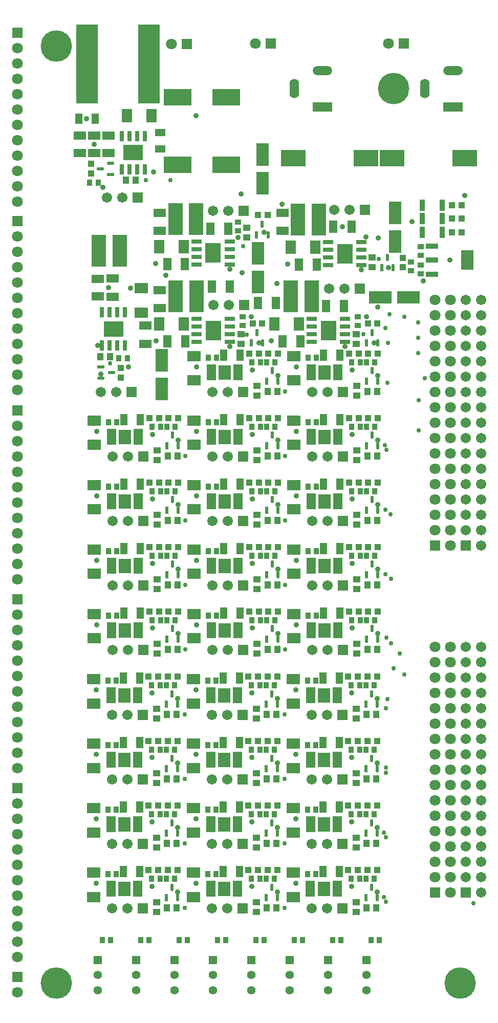
<source format=gts>
G04*
G04 #@! TF.GenerationSoftware,Altium Limited,Altium Designer,21.0.9 (235)*
G04*
G04 Layer_Color=8388736*
%FSLAX44Y44*%
%MOMM*%
G71*
G04*
G04 #@! TF.SameCoordinates,70CB9891-2270-4D21-866A-A56E4BF175EE*
G04*
G04*
G04 #@! TF.FilePolarity,Negative*
G04*
G01*
G75*
%ADD15R,1.7582X1.3055*%
%ADD16R,1.3055X1.7582*%
%ADD35R,0.5380X1.2242*%
G04:AMPARAMS|DCode=36|XSize=1.2242mm|YSize=0.538mm|CornerRadius=0.269mm|HoleSize=0mm|Usage=FLASHONLY|Rotation=90.000|XOffset=0mm|YOffset=0mm|HoleType=Round|Shape=RoundedRectangle|*
%AMROUNDEDRECTD36*
21,1,1.2242,0.0000,0,0,90.0*
21,1,0.6863,0.5380,0,0,90.0*
1,1,0.5380,0.0000,0.3431*
1,1,0.5380,0.0000,-0.3431*
1,1,0.5380,0.0000,-0.3431*
1,1,0.5380,0.0000,0.3431*
%
%ADD36ROUNDEDRECTD36*%
%ADD37R,1.7800X2.1600*%
%ADD39R,2.1600X1.7800*%
G04:AMPARAMS|DCode=41|XSize=1.2242mm|YSize=0.538mm|CornerRadius=0.269mm|HoleSize=0mm|Usage=FLASHONLY|Rotation=0.000|XOffset=0mm|YOffset=0mm|HoleType=Round|Shape=RoundedRectangle|*
%AMROUNDEDRECTD41*
21,1,1.2242,0.0000,0,0,0.0*
21,1,0.6863,0.5380,0,0,0.0*
1,1,0.5380,0.3431,0.0000*
1,1,0.5380,-0.3431,0.0000*
1,1,0.5380,-0.3431,0.0000*
1,1,0.5380,0.3431,0.0000*
%
%ADD41ROUNDEDRECTD41*%
%ADD42R,1.2242X0.5380*%
%ADD45R,2.1500X3.2500*%
%ADD46R,2.1500X0.9500*%
%ADD47R,3.6032X13.1432*%
%ADD48R,1.0032X1.0032*%
%ADD49R,1.3532X2.0032*%
%ADD50R,2.0032X1.3532*%
%ADD51R,4.1032X2.7532*%
%ADD52R,0.9032X1.8532*%
%ADD53R,2.0032X3.7032*%
%ADD54R,3.7032X2.0032*%
%ADD55R,4.6032X2.8032*%
%ADD56R,0.8032X1.6532*%
%ADD57R,3.3032X2.6032*%
%ADD58R,1.6532X0.8032*%
%ADD59R,2.6032X3.3032*%
%ADD60R,2.0532X2.3532*%
%ADD61R,1.5532X0.7032*%
%ADD62R,2.4332X5.2232*%
%ADD63R,1.2032X1.1032*%
%ADD64R,1.1032X0.9032*%
%ADD65R,1.0032X1.0032*%
%ADD66R,0.9032X1.1032*%
%ADD67R,1.1032X1.2032*%
%ADD68R,1.1532X1.9032*%
%ADD69C,5.2032*%
%ADD70C,1.8032*%
%ADD71R,1.8032X1.8032*%
%ADD72C,1.7032*%
%ADD73R,1.7032X1.7032*%
%ADD74R,1.7032X1.7032*%
%ADD75R,1.8032X1.8032*%
G04:AMPARAMS|DCode=76|XSize=3.2mm|YSize=1.6mm|CornerRadius=0.8mm|HoleSize=0mm|Usage=FLASHONLY|Rotation=0.000|XOffset=0mm|YOffset=0mm|HoleType=Round|Shape=RoundedRectangle|*
%AMROUNDEDRECTD76*
21,1,3.2000,0.0000,0,0,0.0*
21,1,1.6000,1.6000,0,0,0.0*
1,1,1.6000,0.8000,0.0000*
1,1,1.6000,-0.8000,0.0000*
1,1,1.6000,-0.8000,0.0000*
1,1,1.6000,0.8000,0.0000*
%
%ADD76ROUNDEDRECTD76*%
%ADD77R,3.2000X1.6000*%
G04:AMPARAMS|DCode=78|XSize=1.6mm|YSize=3.2mm|CornerRadius=0.8mm|HoleSize=0mm|Usage=FLASHONLY|Rotation=0.000|XOffset=0mm|YOffset=0mm|HoleType=Round|Shape=RoundedRectangle|*
%AMROUNDEDRECTD78*
21,1,1.6000,1.6000,0,0,0.0*
21,1,0.0000,3.2000,0,0,0.0*
1,1,1.6000,0.0000,-0.8000*
1,1,1.6000,0.0000,-0.8000*
1,1,1.6000,0.0000,0.8000*
1,1,1.6000,0.0000,0.8000*
%
%ADD78ROUNDEDRECTD78*%
%ADD79C,1.4000*%
%ADD80R,1.4000X1.4000*%
%ADD81C,0.9032*%
%ADD82C,0.7532*%
D15*
X313780Y1447274D02*
D03*
Y1419746D02*
D03*
D16*
X179366Y1469470D02*
D03*
X206894D02*
D03*
D35*
X680708Y1223012D02*
D03*
X473444Y1277730D02*
D03*
X655240Y1098716D02*
D03*
X464740D02*
D03*
X490140Y1035648D02*
D03*
X655240D02*
D03*
X325040Y928968D02*
D03*
X490140D02*
D03*
X655240D02*
D03*
X325040Y822288D02*
D03*
X490140D02*
D03*
X655240D02*
D03*
X325040Y715608D02*
D03*
X490140D02*
D03*
X655240D02*
D03*
X325040Y608928D02*
D03*
X490140D02*
D03*
X655240D02*
D03*
X324080Y501288D02*
D03*
X489180D02*
D03*
X654280D02*
D03*
X324080Y394608D02*
D03*
X489180D02*
D03*
X654280D02*
D03*
X324080Y287928D02*
D03*
X489180D02*
D03*
X654280D02*
D03*
X324080Y181248D02*
D03*
X489180D02*
D03*
X654280D02*
D03*
D36*
X699708Y1223012D02*
D03*
X690208Y1240216D02*
D03*
X492444Y1277730D02*
D03*
X482944Y1294934D02*
D03*
X674240Y1098716D02*
D03*
X664740Y1115920D02*
D03*
X483740Y1098716D02*
D03*
X474240Y1115920D02*
D03*
X499640Y1052852D02*
D03*
X509140Y1035648D02*
D03*
X664740Y1052852D02*
D03*
X674240Y1035648D02*
D03*
X334540Y946172D02*
D03*
X344040Y928968D02*
D03*
X499640Y946172D02*
D03*
X509140Y928968D02*
D03*
X664740Y946172D02*
D03*
X674240Y928968D02*
D03*
X334540Y839492D02*
D03*
X344040Y822288D02*
D03*
X499640Y839492D02*
D03*
X509140Y822288D02*
D03*
X664740Y839492D02*
D03*
X674240Y822288D02*
D03*
X334540Y732812D02*
D03*
X344040Y715608D02*
D03*
X499640Y732812D02*
D03*
X509140Y715608D02*
D03*
X664740Y732812D02*
D03*
X674240Y715608D02*
D03*
X334540Y626132D02*
D03*
X344040Y608928D02*
D03*
X499640Y626132D02*
D03*
X509140Y608928D02*
D03*
X664740Y626132D02*
D03*
X674240Y608928D02*
D03*
X333580Y518492D02*
D03*
X343080Y501288D02*
D03*
X498680Y518492D02*
D03*
X508180Y501288D02*
D03*
X663780Y518492D02*
D03*
X673280Y501288D02*
D03*
X333580Y411812D02*
D03*
X343080Y394608D02*
D03*
X498680Y411812D02*
D03*
X508180Y394608D02*
D03*
X663780Y411812D02*
D03*
X673280Y394608D02*
D03*
X333580Y305132D02*
D03*
X343080Y287928D02*
D03*
X498680Y305132D02*
D03*
X508180Y287928D02*
D03*
X663780Y305132D02*
D03*
X673280Y287928D02*
D03*
X333580Y198452D02*
D03*
X343080Y181248D02*
D03*
X498680Y198452D02*
D03*
X508180Y181248D02*
D03*
X663780Y198452D02*
D03*
X673280Y181248D02*
D03*
D37*
X570842Y1257106D02*
D03*
X530342D02*
D03*
X353080Y1258062D02*
D03*
X312580D02*
D03*
X543766Y1130102D02*
D03*
X503266D02*
D03*
X353266D02*
D03*
X312766D02*
D03*
X299374Y1474470D02*
D03*
X258874D02*
D03*
D39*
X205000Y930020D02*
D03*
Y970520D02*
D03*
X282862Y1189292D02*
D03*
Y1148792D02*
D03*
X370100Y1077200D02*
D03*
Y1036700D02*
D03*
X535200Y1077200D02*
D03*
Y1036700D02*
D03*
X370100Y970520D02*
D03*
Y930020D02*
D03*
X535200Y970520D02*
D03*
Y930020D02*
D03*
X205000Y863840D02*
D03*
Y823340D02*
D03*
X370100Y863840D02*
D03*
Y823340D02*
D03*
X535200Y863840D02*
D03*
Y823340D02*
D03*
X205000Y757160D02*
D03*
Y716660D02*
D03*
X370100Y757160D02*
D03*
Y716660D02*
D03*
X535200Y757160D02*
D03*
Y716660D02*
D03*
X205000Y650480D02*
D03*
Y609980D02*
D03*
X370100Y650480D02*
D03*
Y609980D02*
D03*
X535200Y650480D02*
D03*
Y609980D02*
D03*
X204040Y542840D02*
D03*
Y502340D02*
D03*
X369140Y542840D02*
D03*
Y502340D02*
D03*
X534240Y542840D02*
D03*
Y502340D02*
D03*
X204040Y436160D02*
D03*
Y395660D02*
D03*
X369140Y436160D02*
D03*
Y395660D02*
D03*
X534240Y436160D02*
D03*
Y395660D02*
D03*
X204040Y329480D02*
D03*
Y288980D02*
D03*
X369140Y329480D02*
D03*
Y288980D02*
D03*
X534240Y329480D02*
D03*
Y288980D02*
D03*
X204040Y222800D02*
D03*
Y182300D02*
D03*
X369140Y222800D02*
D03*
Y182300D02*
D03*
X534240Y222800D02*
D03*
Y182300D02*
D03*
D41*
X233421Y1049766D02*
D03*
X216218Y1040266D02*
D03*
X215006Y1386840D02*
D03*
X232210Y1396340D02*
D03*
D42*
X216218Y1059266D02*
D03*
X232210Y1377340D02*
D03*
D45*
X822034Y1235710D02*
D03*
D46*
X764034Y1212710D02*
D03*
Y1235710D02*
D03*
Y1258710D02*
D03*
D47*
X192950Y1560000D02*
D03*
X295550D02*
D03*
D48*
X796887Y1282062D02*
D03*
X812887D02*
D03*
X475706Y1310386D02*
D03*
X491706D02*
D03*
X657502Y1131372D02*
D03*
X673502D02*
D03*
X467002D02*
D03*
X483002D02*
D03*
X508910Y1081080D02*
D03*
X492910D02*
D03*
X461160D02*
D03*
X477160D02*
D03*
X674010D02*
D03*
X658010D02*
D03*
X626260D02*
D03*
X642260D02*
D03*
X343810Y974400D02*
D03*
X327810D02*
D03*
X296060D02*
D03*
X312060D02*
D03*
X508910D02*
D03*
X492910D02*
D03*
X461160D02*
D03*
X477160D02*
D03*
X674010D02*
D03*
X658010D02*
D03*
X626260D02*
D03*
X642260D02*
D03*
X343810Y867720D02*
D03*
X327810D02*
D03*
X296060D02*
D03*
X312060D02*
D03*
X508910D02*
D03*
X492910D02*
D03*
X461160D02*
D03*
X477160D02*
D03*
X674010D02*
D03*
X658010D02*
D03*
X626260D02*
D03*
X642260D02*
D03*
X343810Y761040D02*
D03*
X327810D02*
D03*
X296060D02*
D03*
X312060D02*
D03*
X508910D02*
D03*
X492910D02*
D03*
X461160D02*
D03*
X477160D02*
D03*
X674010D02*
D03*
X658010D02*
D03*
X626260D02*
D03*
X642260D02*
D03*
X343810Y654360D02*
D03*
X327810D02*
D03*
X296060D02*
D03*
X312060D02*
D03*
X508910D02*
D03*
X492910D02*
D03*
X461160D02*
D03*
X477160D02*
D03*
X674010D02*
D03*
X658010D02*
D03*
X626260D02*
D03*
X642260D02*
D03*
X342850Y546720D02*
D03*
X326850D02*
D03*
X295100D02*
D03*
X311100D02*
D03*
X507950D02*
D03*
X491950D02*
D03*
X460200D02*
D03*
X476200D02*
D03*
X673050D02*
D03*
X657050D02*
D03*
X625300D02*
D03*
X641300D02*
D03*
X342850Y440040D02*
D03*
X326850D02*
D03*
X295100D02*
D03*
X311100D02*
D03*
X507950D02*
D03*
X491950D02*
D03*
X460200D02*
D03*
X476200D02*
D03*
X673050D02*
D03*
X657050D02*
D03*
X625300D02*
D03*
X641300D02*
D03*
X342850Y333360D02*
D03*
X326850D02*
D03*
X295100D02*
D03*
X311100D02*
D03*
X507950D02*
D03*
X491950D02*
D03*
X460200D02*
D03*
X476200D02*
D03*
X673050D02*
D03*
X657050D02*
D03*
X625300D02*
D03*
X641300D02*
D03*
X342850Y226680D02*
D03*
X326850D02*
D03*
X295100D02*
D03*
X311100D02*
D03*
X507950D02*
D03*
X491950D02*
D03*
X460200D02*
D03*
X476200D02*
D03*
X673050D02*
D03*
X657050D02*
D03*
X625300D02*
D03*
X641300D02*
D03*
X812888Y1304290D02*
D03*
X796888D02*
D03*
X812888Y1326258D02*
D03*
X796888D02*
D03*
D49*
X600430Y1290888D02*
D03*
X630430D02*
D03*
X396824Y1287526D02*
D03*
X426824D02*
D03*
X618340Y1159844D02*
D03*
X588340D02*
D03*
X399364Y1191768D02*
D03*
X429364D02*
D03*
X543966Y1228656D02*
D03*
X572966D02*
D03*
X326204Y1229612D02*
D03*
X355204D02*
D03*
X516890Y1101652D02*
D03*
X545890D02*
D03*
X326390D02*
D03*
X355390D02*
D03*
X505564Y1164844D02*
D03*
X475564D02*
D03*
D50*
X289396Y1097613D02*
D03*
Y1127613D02*
D03*
X516302Y1314086D02*
D03*
Y1284086D02*
D03*
X313272Y1314280D02*
D03*
Y1284280D02*
D03*
X313458Y1186320D02*
D03*
Y1156320D02*
D03*
X180830Y1441900D02*
D03*
Y1412900D02*
D03*
X210658Y1175760D02*
D03*
Y1204760D02*
D03*
X235223Y1175260D02*
D03*
Y1205260D02*
D03*
X204558Y1441980D02*
D03*
Y1412980D02*
D03*
X228688Y1441980D02*
D03*
Y1412980D02*
D03*
D51*
X654888Y1404620D02*
D03*
X534388D02*
D03*
X697622D02*
D03*
X818122D02*
D03*
D52*
X747877Y1304290D02*
D03*
X780877D02*
D03*
X747877Y1282062D02*
D03*
X780877D02*
D03*
X747877Y1326258D02*
D03*
X780877D02*
D03*
D53*
X702908Y1266820D02*
D03*
Y1313820D02*
D03*
X483704Y1410250D02*
D03*
Y1363250D02*
D03*
X476002Y1246720D02*
D03*
Y1199720D02*
D03*
X317082Y1069980D02*
D03*
Y1022980D02*
D03*
D54*
X725138Y1174242D02*
D03*
X678138D02*
D03*
D55*
X423741Y1393510D02*
D03*
X342741D02*
D03*
X342741Y1505712D02*
D03*
X423741D02*
D03*
D56*
X250278Y1386260D02*
D03*
X262978D02*
D03*
X275678D02*
D03*
X288378D02*
D03*
X250278Y1440760D02*
D03*
X262978D02*
D03*
X275678D02*
D03*
X288378D02*
D03*
X218045Y1094796D02*
D03*
X230745D02*
D03*
X243445D02*
D03*
X256145D02*
D03*
X218045Y1149296D02*
D03*
X230745D02*
D03*
X243445D02*
D03*
X256145D02*
D03*
D57*
X269328Y1413510D02*
D03*
X237095Y1122046D02*
D03*
D58*
X429210Y1100544D02*
D03*
Y1113244D02*
D03*
Y1125944D02*
D03*
Y1138644D02*
D03*
X374710Y1100544D02*
D03*
Y1113244D02*
D03*
Y1125944D02*
D03*
Y1138644D02*
D03*
X619710Y1100544D02*
D03*
Y1113244D02*
D03*
Y1125944D02*
D03*
Y1138644D02*
D03*
X565210Y1100544D02*
D03*
Y1113244D02*
D03*
Y1125944D02*
D03*
Y1138644D02*
D03*
X646786Y1227548D02*
D03*
Y1240248D02*
D03*
Y1252948D02*
D03*
Y1265648D02*
D03*
X592286Y1227548D02*
D03*
Y1240248D02*
D03*
Y1252948D02*
D03*
Y1265648D02*
D03*
X429024Y1228504D02*
D03*
Y1241204D02*
D03*
Y1253904D02*
D03*
Y1266604D02*
D03*
X374524Y1228504D02*
D03*
Y1241204D02*
D03*
Y1253904D02*
D03*
Y1266604D02*
D03*
D59*
X401960Y1119594D02*
D03*
X592460D02*
D03*
X619536Y1246598D02*
D03*
X401774Y1247554D02*
D03*
D60*
X254730Y195640D02*
D03*
X584798Y195580D02*
D03*
X419830Y195640D02*
D03*
X584930Y302320D02*
D03*
X419830Y302320D02*
D03*
X254730D02*
D03*
X584930Y409000D02*
D03*
X419830D02*
D03*
X254730D02*
D03*
X584930Y515680D02*
D03*
X419830D02*
D03*
X254730D02*
D03*
X585890Y623320D02*
D03*
X420790D02*
D03*
X255690D02*
D03*
X585890Y730000D02*
D03*
X420790D02*
D03*
X255690D02*
D03*
X585890Y836680D02*
D03*
X420790D02*
D03*
X255690D02*
D03*
X585890Y943360D02*
D03*
X420790D02*
D03*
X255690D02*
D03*
X585890Y1050040D02*
D03*
X420790D02*
D03*
D61*
X232480Y205390D02*
D03*
Y198890D02*
D03*
Y192390D02*
D03*
Y185890D02*
D03*
X276980Y205390D02*
D03*
Y198890D02*
D03*
Y192390D02*
D03*
Y185890D02*
D03*
X562548Y205330D02*
D03*
Y198830D02*
D03*
Y192330D02*
D03*
Y185830D02*
D03*
X607048Y205330D02*
D03*
Y198830D02*
D03*
Y192330D02*
D03*
Y185830D02*
D03*
X397580Y205390D02*
D03*
Y198890D02*
D03*
Y192390D02*
D03*
Y185890D02*
D03*
X442080Y205390D02*
D03*
Y198890D02*
D03*
Y192390D02*
D03*
Y185890D02*
D03*
X562680Y312070D02*
D03*
Y305570D02*
D03*
Y299070D02*
D03*
Y292570D02*
D03*
X607180Y312070D02*
D03*
Y305570D02*
D03*
Y299070D02*
D03*
Y292570D02*
D03*
X397580Y312070D02*
D03*
Y305570D02*
D03*
Y299070D02*
D03*
Y292570D02*
D03*
X442080Y312070D02*
D03*
Y305570D02*
D03*
Y299070D02*
D03*
Y292570D02*
D03*
X232480Y312070D02*
D03*
Y305570D02*
D03*
Y299070D02*
D03*
Y292570D02*
D03*
X276980Y312070D02*
D03*
Y305570D02*
D03*
Y299070D02*
D03*
Y292570D02*
D03*
X562680Y418750D02*
D03*
Y412250D02*
D03*
Y405750D02*
D03*
Y399250D02*
D03*
X607180Y418750D02*
D03*
Y412250D02*
D03*
Y405750D02*
D03*
Y399250D02*
D03*
X397580Y418750D02*
D03*
Y412250D02*
D03*
Y405750D02*
D03*
Y399250D02*
D03*
X442080Y418750D02*
D03*
Y412250D02*
D03*
Y405750D02*
D03*
Y399250D02*
D03*
X232480Y418750D02*
D03*
Y412250D02*
D03*
Y405750D02*
D03*
Y399250D02*
D03*
X276980Y418750D02*
D03*
Y412250D02*
D03*
Y405750D02*
D03*
Y399250D02*
D03*
X562680Y525430D02*
D03*
Y518930D02*
D03*
Y512430D02*
D03*
Y505930D02*
D03*
X607180Y525430D02*
D03*
Y518930D02*
D03*
Y512430D02*
D03*
Y505930D02*
D03*
X397580Y525430D02*
D03*
Y518930D02*
D03*
Y512430D02*
D03*
Y505930D02*
D03*
X442080Y525430D02*
D03*
Y518930D02*
D03*
Y512430D02*
D03*
Y505930D02*
D03*
X232480Y525430D02*
D03*
Y518930D02*
D03*
Y512430D02*
D03*
Y505930D02*
D03*
X276980Y525430D02*
D03*
Y518930D02*
D03*
Y512430D02*
D03*
Y505930D02*
D03*
X563640Y633070D02*
D03*
Y626570D02*
D03*
Y620070D02*
D03*
Y613570D02*
D03*
X608140Y633070D02*
D03*
Y626570D02*
D03*
Y620070D02*
D03*
Y613570D02*
D03*
X398540Y633070D02*
D03*
Y626570D02*
D03*
Y620070D02*
D03*
Y613570D02*
D03*
X443040Y633070D02*
D03*
Y626570D02*
D03*
Y620070D02*
D03*
Y613570D02*
D03*
X233440Y633070D02*
D03*
Y626570D02*
D03*
Y620070D02*
D03*
Y613570D02*
D03*
X277940Y633070D02*
D03*
Y626570D02*
D03*
Y620070D02*
D03*
Y613570D02*
D03*
X563640Y739750D02*
D03*
Y733250D02*
D03*
Y726750D02*
D03*
Y720250D02*
D03*
X608140Y739750D02*
D03*
Y733250D02*
D03*
Y726750D02*
D03*
Y720250D02*
D03*
X398540Y739750D02*
D03*
Y733250D02*
D03*
Y726750D02*
D03*
Y720250D02*
D03*
X443040Y739750D02*
D03*
Y733250D02*
D03*
Y726750D02*
D03*
Y720250D02*
D03*
X233440Y739750D02*
D03*
Y733250D02*
D03*
Y726750D02*
D03*
Y720250D02*
D03*
X277940Y739750D02*
D03*
Y733250D02*
D03*
Y726750D02*
D03*
Y720250D02*
D03*
X563640Y846430D02*
D03*
Y839930D02*
D03*
Y833430D02*
D03*
Y826930D02*
D03*
X608140Y846430D02*
D03*
Y839930D02*
D03*
Y833430D02*
D03*
Y826930D02*
D03*
X398540Y846430D02*
D03*
Y839930D02*
D03*
Y833430D02*
D03*
Y826930D02*
D03*
X443040Y846430D02*
D03*
Y839930D02*
D03*
Y833430D02*
D03*
Y826930D02*
D03*
X233440Y846430D02*
D03*
Y839930D02*
D03*
Y833430D02*
D03*
Y826930D02*
D03*
X277940Y846430D02*
D03*
Y839930D02*
D03*
Y833430D02*
D03*
Y826930D02*
D03*
X563640Y953110D02*
D03*
Y946610D02*
D03*
Y940110D02*
D03*
Y933610D02*
D03*
X608140Y953110D02*
D03*
Y946610D02*
D03*
Y940110D02*
D03*
Y933610D02*
D03*
X398540Y953110D02*
D03*
Y946610D02*
D03*
Y940110D02*
D03*
Y933610D02*
D03*
X443040Y953110D02*
D03*
Y946610D02*
D03*
Y940110D02*
D03*
Y933610D02*
D03*
X233440Y953110D02*
D03*
Y946610D02*
D03*
Y940110D02*
D03*
Y933610D02*
D03*
X277940Y953110D02*
D03*
Y946610D02*
D03*
Y940110D02*
D03*
Y933610D02*
D03*
X563640Y1059790D02*
D03*
Y1053290D02*
D03*
Y1046790D02*
D03*
Y1040290D02*
D03*
X608140Y1059790D02*
D03*
Y1053290D02*
D03*
Y1046790D02*
D03*
Y1040290D02*
D03*
X398540Y1059790D02*
D03*
Y1053290D02*
D03*
Y1046790D02*
D03*
Y1040290D02*
D03*
X443040Y1059790D02*
D03*
Y1053290D02*
D03*
Y1046790D02*
D03*
Y1040290D02*
D03*
D62*
X212873Y1251220D02*
D03*
X247573D02*
D03*
X339416Y1175582D02*
D03*
X374116D02*
D03*
X529788D02*
D03*
X564488D02*
D03*
X339162Y1303542D02*
D03*
X373862D02*
D03*
X542192Y1303348D02*
D03*
X576892D02*
D03*
D63*
X665062Y1240154D02*
D03*
Y1224154D02*
D03*
X457544Y1273684D02*
D03*
Y1289684D02*
D03*
X638578Y1113464D02*
D03*
Y1097464D02*
D03*
X448078Y1113464D02*
D03*
Y1097464D02*
D03*
X474240Y1028120D02*
D03*
Y1012120D02*
D03*
X639340Y1028120D02*
D03*
Y1012120D02*
D03*
X309140Y921440D02*
D03*
Y905440D02*
D03*
X474240Y921440D02*
D03*
Y905440D02*
D03*
X639340Y921440D02*
D03*
Y905440D02*
D03*
X309140Y814760D02*
D03*
Y798760D02*
D03*
X474240Y814760D02*
D03*
Y798760D02*
D03*
X639340Y814760D02*
D03*
Y798760D02*
D03*
X309140Y708080D02*
D03*
Y692080D02*
D03*
X474240Y708080D02*
D03*
Y692080D02*
D03*
X639340Y708080D02*
D03*
Y692080D02*
D03*
X309140Y601400D02*
D03*
Y585400D02*
D03*
X474240Y601400D02*
D03*
Y585400D02*
D03*
X639340Y601400D02*
D03*
Y585400D02*
D03*
X308180Y493760D02*
D03*
Y477760D02*
D03*
X473280Y493760D02*
D03*
Y477760D02*
D03*
X638380Y493760D02*
D03*
Y477760D02*
D03*
X308180Y387080D02*
D03*
Y371080D02*
D03*
X473280Y387080D02*
D03*
Y371080D02*
D03*
X638380Y387080D02*
D03*
Y371080D02*
D03*
X308180Y280400D02*
D03*
Y264400D02*
D03*
X473280Y280400D02*
D03*
Y264400D02*
D03*
X638380Y280400D02*
D03*
Y264400D02*
D03*
X308180Y173720D02*
D03*
Y157720D02*
D03*
X473280Y173720D02*
D03*
Y157720D02*
D03*
X638380Y173720D02*
D03*
Y157720D02*
D03*
D64*
X729070Y1218550D02*
D03*
Y1232550D02*
D03*
X442812Y1284348D02*
D03*
Y1298348D02*
D03*
X641300Y1142102D02*
D03*
Y1128102D02*
D03*
X450800Y1142102D02*
D03*
Y1128102D02*
D03*
X744774Y1243950D02*
D03*
Y1257950D02*
D03*
Y1213470D02*
D03*
Y1227470D02*
D03*
D65*
X715100Y1223868D02*
D03*
Y1239868D02*
D03*
X248873Y1041004D02*
D03*
Y1057004D02*
D03*
X199478Y1394840D02*
D03*
Y1378840D02*
D03*
D66*
X232134Y110490D02*
D03*
X218134D02*
D03*
X295634D02*
D03*
X281634D02*
D03*
X359134D02*
D03*
X345134D02*
D03*
X422634D02*
D03*
X408634D02*
D03*
X486134D02*
D03*
X472134D02*
D03*
X549634D02*
D03*
X535634D02*
D03*
X613134D02*
D03*
X599134D02*
D03*
X676634D02*
D03*
X662634D02*
D03*
X245603Y1073206D02*
D03*
X259603D02*
D03*
X504100Y1067110D02*
D03*
X490100D02*
D03*
X465970Y1067110D02*
D03*
X479970D02*
D03*
X407580Y1074730D02*
D03*
X393580D02*
D03*
X669200Y1067110D02*
D03*
X655200D02*
D03*
X631070Y1067110D02*
D03*
X645070D02*
D03*
X572680Y1074730D02*
D03*
X558680D02*
D03*
X339000Y960430D02*
D03*
X325000D02*
D03*
X300870Y960430D02*
D03*
X314870D02*
D03*
X242480Y968050D02*
D03*
X228480D02*
D03*
X504100Y960430D02*
D03*
X490100D02*
D03*
X465970Y960430D02*
D03*
X479970D02*
D03*
X407580Y968050D02*
D03*
X393580D02*
D03*
X669200Y960430D02*
D03*
X655200D02*
D03*
X631070Y960430D02*
D03*
X645070D02*
D03*
X572680Y968050D02*
D03*
X558680D02*
D03*
X339000Y853750D02*
D03*
X325000D02*
D03*
X300870Y853750D02*
D03*
X314870D02*
D03*
X242480Y861370D02*
D03*
X228480D02*
D03*
X504100Y853750D02*
D03*
X490100D02*
D03*
X465970Y853750D02*
D03*
X479970D02*
D03*
X407580Y861370D02*
D03*
X393580D02*
D03*
X669200Y853750D02*
D03*
X655200D02*
D03*
X631070Y853750D02*
D03*
X645070D02*
D03*
X572680Y861370D02*
D03*
X558680D02*
D03*
X339000Y747070D02*
D03*
X325000D02*
D03*
X300870Y747070D02*
D03*
X314870D02*
D03*
X242480Y754690D02*
D03*
X228480D02*
D03*
X504100Y747070D02*
D03*
X490100D02*
D03*
X465970Y747070D02*
D03*
X479970D02*
D03*
X407580Y754690D02*
D03*
X393580D02*
D03*
X669200Y747070D02*
D03*
X655200D02*
D03*
X631070Y747070D02*
D03*
X645070D02*
D03*
X572680Y754690D02*
D03*
X558680D02*
D03*
X339000Y640390D02*
D03*
X325000D02*
D03*
X300870Y640390D02*
D03*
X314870D02*
D03*
X242480Y648010D02*
D03*
X228480D02*
D03*
X504100Y640390D02*
D03*
X490100D02*
D03*
X465970Y640390D02*
D03*
X479970D02*
D03*
X407580Y648010D02*
D03*
X393580D02*
D03*
X669200Y640390D02*
D03*
X655200D02*
D03*
X631070Y640390D02*
D03*
X645070D02*
D03*
X572680Y648010D02*
D03*
X558680D02*
D03*
X338040Y532750D02*
D03*
X324040D02*
D03*
X299910Y532750D02*
D03*
X313910D02*
D03*
X241520Y540370D02*
D03*
X227520D02*
D03*
X503140Y532750D02*
D03*
X489140D02*
D03*
X465010Y532750D02*
D03*
X479010D02*
D03*
X406620Y540370D02*
D03*
X392620D02*
D03*
X668240Y532750D02*
D03*
X654240D02*
D03*
X630110Y532750D02*
D03*
X644110D02*
D03*
X571720Y540370D02*
D03*
X557720D02*
D03*
X338040Y426070D02*
D03*
X324040D02*
D03*
X299910Y426070D02*
D03*
X313910D02*
D03*
X241520Y433690D02*
D03*
X227520D02*
D03*
X503140Y426070D02*
D03*
X489140D02*
D03*
X465010Y426070D02*
D03*
X479010D02*
D03*
X406620Y433690D02*
D03*
X392620D02*
D03*
X668240Y426070D02*
D03*
X654240D02*
D03*
X630110Y426070D02*
D03*
X644110D02*
D03*
X571720Y433690D02*
D03*
X557720D02*
D03*
X338040Y319390D02*
D03*
X324040D02*
D03*
X299910Y319390D02*
D03*
X313910D02*
D03*
X241520Y327010D02*
D03*
X227520D02*
D03*
X503140Y319390D02*
D03*
X489140D02*
D03*
X465010Y319390D02*
D03*
X479010D02*
D03*
X406620Y327010D02*
D03*
X392620D02*
D03*
X668240Y319390D02*
D03*
X654240D02*
D03*
X630110Y319390D02*
D03*
X644110D02*
D03*
X571720Y327010D02*
D03*
X557720D02*
D03*
X338040Y212710D02*
D03*
X324040D02*
D03*
X299910Y212710D02*
D03*
X313910D02*
D03*
X241520Y220330D02*
D03*
X227520D02*
D03*
X503140Y212710D02*
D03*
X489140D02*
D03*
X465010Y212710D02*
D03*
X479010D02*
D03*
X406620Y220330D02*
D03*
X392620D02*
D03*
X668240Y212710D02*
D03*
X654240D02*
D03*
X630110Y212710D02*
D03*
X644110D02*
D03*
X571720Y220330D02*
D03*
X557720D02*
D03*
X197558Y1363980D02*
D03*
X211558D02*
D03*
D67*
X214965Y1075928D02*
D03*
X230965D02*
D03*
X491640Y1018850D02*
D03*
X507640D02*
D03*
X656740D02*
D03*
X672740D02*
D03*
X326540Y912170D02*
D03*
X342540D02*
D03*
X491640D02*
D03*
X507640D02*
D03*
X656740D02*
D03*
X672740D02*
D03*
X326540Y805490D02*
D03*
X342540D02*
D03*
X491640D02*
D03*
X507640D02*
D03*
X656740D02*
D03*
X672740D02*
D03*
X326540Y698810D02*
D03*
X342540D02*
D03*
X491640D02*
D03*
X507640D02*
D03*
X656740D02*
D03*
X672740D02*
D03*
X326540Y592130D02*
D03*
X342540D02*
D03*
X491640D02*
D03*
X507640D02*
D03*
X656740D02*
D03*
X672740D02*
D03*
X325580Y484490D02*
D03*
X341580D02*
D03*
X490680D02*
D03*
X506680D02*
D03*
X655780D02*
D03*
X671780D02*
D03*
X325580Y377810D02*
D03*
X341580D02*
D03*
X490680D02*
D03*
X506680D02*
D03*
X655780D02*
D03*
X671780D02*
D03*
X325580Y271130D02*
D03*
X341580D02*
D03*
X490680D02*
D03*
X506680D02*
D03*
X655780D02*
D03*
X671780D02*
D03*
X325580Y164450D02*
D03*
X341580D02*
D03*
X490680D02*
D03*
X506680D02*
D03*
X655780D02*
D03*
X671780D02*
D03*
X257518Y1367790D02*
D03*
X273518D02*
D03*
D68*
X446300Y1078540D02*
D03*
X419300D02*
D03*
X611400D02*
D03*
X584400D02*
D03*
X281200Y971860D02*
D03*
X254200D02*
D03*
X446300D02*
D03*
X419300D02*
D03*
X611400D02*
D03*
X584400D02*
D03*
X281200Y865180D02*
D03*
X254200D02*
D03*
X446300D02*
D03*
X419300D02*
D03*
X611400D02*
D03*
X584400D02*
D03*
X281200Y758500D02*
D03*
X254200D02*
D03*
X446300D02*
D03*
X419300D02*
D03*
X611400D02*
D03*
X584400D02*
D03*
X281200Y651820D02*
D03*
X254200D02*
D03*
X446300D02*
D03*
X419300D02*
D03*
X611400D02*
D03*
X584400D02*
D03*
X280240Y544180D02*
D03*
X253240D02*
D03*
X445340D02*
D03*
X418340D02*
D03*
X610440D02*
D03*
X583440D02*
D03*
X280240Y437500D02*
D03*
X253240D02*
D03*
X445340D02*
D03*
X418340D02*
D03*
X610440D02*
D03*
X583440D02*
D03*
X280240Y330820D02*
D03*
X253240D02*
D03*
X445340D02*
D03*
X418340D02*
D03*
X610440D02*
D03*
X583440D02*
D03*
X280240Y224140D02*
D03*
X253240D02*
D03*
X445340D02*
D03*
X418340D02*
D03*
X610440D02*
D03*
X583440D02*
D03*
D69*
X142000Y40000D02*
D03*
X810000Y40000D02*
D03*
X700000Y1520000D02*
D03*
X142000Y1590000D02*
D03*
D70*
X794474Y596400D02*
D03*
Y571000D02*
D03*
Y545600D02*
D03*
X769074Y596400D02*
D03*
Y571000D02*
D03*
Y545600D02*
D03*
X794474Y367800D02*
D03*
X769074D02*
D03*
X794474Y342400D02*
D03*
Y317000D02*
D03*
Y291600D02*
D03*
X769074Y342400D02*
D03*
Y317000D02*
D03*
Y291600D02*
D03*
Y215400D02*
D03*
Y240800D02*
D03*
Y266200D02*
D03*
X794474Y190000D02*
D03*
Y215400D02*
D03*
Y240800D02*
D03*
Y266200D02*
D03*
X769074Y393200D02*
D03*
Y418600D02*
D03*
Y444000D02*
D03*
Y469400D02*
D03*
X794474Y393200D02*
D03*
Y418600D02*
D03*
Y444000D02*
D03*
Y469400D02*
D03*
X769074Y494800D02*
D03*
Y520200D02*
D03*
X794474Y494800D02*
D03*
Y520200D02*
D03*
Y1170178D02*
D03*
Y1144778D02*
D03*
Y1119378D02*
D03*
X769074Y1170178D02*
D03*
Y1144778D02*
D03*
Y1119378D02*
D03*
X794474Y941578D02*
D03*
X769074D02*
D03*
X794474Y916178D02*
D03*
Y890778D02*
D03*
Y865378D02*
D03*
X769074Y916178D02*
D03*
Y890778D02*
D03*
Y865378D02*
D03*
Y789178D02*
D03*
Y814578D02*
D03*
Y839978D02*
D03*
X794474Y763778D02*
D03*
Y789178D02*
D03*
Y814578D02*
D03*
Y839978D02*
D03*
X769074Y966978D02*
D03*
Y992378D02*
D03*
Y1017778D02*
D03*
Y1043178D02*
D03*
X794474Y966978D02*
D03*
Y992378D02*
D03*
Y1017778D02*
D03*
Y1043178D02*
D03*
X769074Y1068578D02*
D03*
Y1093978D02*
D03*
X794474Y1068578D02*
D03*
Y1093978D02*
D03*
X77814Y1332828D02*
D03*
Y1358228D02*
D03*
Y1383628D02*
D03*
Y1409028D02*
D03*
Y1434428D02*
D03*
Y1459828D02*
D03*
Y1485228D02*
D03*
Y1510628D02*
D03*
Y1536028D02*
D03*
Y1561428D02*
D03*
Y1586828D02*
D03*
X77840Y395350D02*
D03*
Y420750D02*
D03*
Y446150D02*
D03*
Y471550D02*
D03*
Y496950D02*
D03*
Y522350D02*
D03*
Y547750D02*
D03*
Y573150D02*
D03*
Y598550D02*
D03*
Y623950D02*
D03*
Y649350D02*
D03*
X77814Y82850D02*
D03*
Y108250D02*
D03*
Y133650D02*
D03*
Y159050D02*
D03*
Y184450D02*
D03*
Y209850D02*
D03*
Y235250D02*
D03*
Y260650D02*
D03*
Y286050D02*
D03*
Y311450D02*
D03*
Y336850D02*
D03*
Y707600D02*
D03*
Y733000D02*
D03*
Y758400D02*
D03*
Y783800D02*
D03*
Y809200D02*
D03*
Y834600D02*
D03*
Y860000D02*
D03*
Y885400D02*
D03*
Y910800D02*
D03*
Y936200D02*
D03*
Y961600D02*
D03*
Y1020600D02*
D03*
Y1046000D02*
D03*
Y1071400D02*
D03*
Y1096800D02*
D03*
Y1122200D02*
D03*
Y1147600D02*
D03*
Y1173000D02*
D03*
Y1198400D02*
D03*
Y1223800D02*
D03*
Y1249200D02*
D03*
Y1274600D02*
D03*
X77815Y24850D02*
D03*
X472022Y1594104D02*
D03*
X691732D02*
D03*
X333084Y1593342D02*
D03*
D71*
X769074Y190000D02*
D03*
Y763778D02*
D03*
X77814Y1612228D02*
D03*
X77840Y674750D02*
D03*
X77814Y362250D02*
D03*
Y987000D02*
D03*
Y1300000D02*
D03*
X77815Y50250D02*
D03*
D72*
X845148Y1170178D02*
D03*
Y1144778D02*
D03*
X819748Y1170178D02*
D03*
Y1144778D02*
D03*
X845148Y1043178D02*
D03*
X819748D02*
D03*
X845148Y992378D02*
D03*
X819748D02*
D03*
X845148Y865378D02*
D03*
X819748D02*
D03*
X845148Y789178D02*
D03*
X819748D02*
D03*
X845148Y763778D02*
D03*
X819748Y814578D02*
D03*
X845148D02*
D03*
X819748Y839978D02*
D03*
X845148D02*
D03*
X819748Y890778D02*
D03*
X845148D02*
D03*
X819748Y916178D02*
D03*
X845148D02*
D03*
X819748Y941578D02*
D03*
Y966978D02*
D03*
X845148Y941578D02*
D03*
Y966978D02*
D03*
X819748Y1017778D02*
D03*
X845148D02*
D03*
X819748Y1068578D02*
D03*
Y1093978D02*
D03*
Y1119378D02*
D03*
X845148Y1068578D02*
D03*
Y1093978D02*
D03*
Y1119378D02*
D03*
X844894Y596130D02*
D03*
Y570730D02*
D03*
X819494Y596130D02*
D03*
Y570730D02*
D03*
X844894Y469130D02*
D03*
X819494D02*
D03*
X844894Y418330D02*
D03*
X819494D02*
D03*
X844894Y291330D02*
D03*
X819494D02*
D03*
X844894Y215130D02*
D03*
X819494D02*
D03*
X844894Y189730D02*
D03*
X819494Y240530D02*
D03*
X844894D02*
D03*
X819494Y265930D02*
D03*
X844894D02*
D03*
X819494Y316730D02*
D03*
X844894D02*
D03*
X819494Y342130D02*
D03*
X844894D02*
D03*
X819494Y367530D02*
D03*
Y392930D02*
D03*
X844894Y367530D02*
D03*
Y392930D02*
D03*
X819494Y443730D02*
D03*
X844894D02*
D03*
X819494Y494530D02*
D03*
Y519930D02*
D03*
Y545330D02*
D03*
X844894Y494530D02*
D03*
Y519930D02*
D03*
Y545330D02*
D03*
X601744Y1318910D02*
D03*
X627144D02*
D03*
X401524Y1316990D02*
D03*
X426924D02*
D03*
X593434Y1188466D02*
D03*
X618834D02*
D03*
X402172Y1161796D02*
D03*
X427572D02*
D03*
X241168Y1017524D02*
D03*
X215768D02*
D03*
X425980Y1017580D02*
D03*
X400580D02*
D03*
X591080D02*
D03*
X565680D02*
D03*
X260880Y910900D02*
D03*
X235480D02*
D03*
X425980D02*
D03*
X400580D02*
D03*
X591080D02*
D03*
X565680D02*
D03*
X260880Y804220D02*
D03*
X235480D02*
D03*
X425980D02*
D03*
X400580D02*
D03*
X591080D02*
D03*
X565680D02*
D03*
X260880Y697540D02*
D03*
X235480D02*
D03*
X425980D02*
D03*
X400580D02*
D03*
X591080D02*
D03*
X565680D02*
D03*
X260880Y590860D02*
D03*
X235480D02*
D03*
X425980D02*
D03*
X400580D02*
D03*
X591080D02*
D03*
X565680D02*
D03*
X259920Y483220D02*
D03*
X234520D02*
D03*
X425020D02*
D03*
X399620D02*
D03*
X590120D02*
D03*
X564720D02*
D03*
X259920Y376540D02*
D03*
X234520D02*
D03*
X425020D02*
D03*
X399620D02*
D03*
X590120D02*
D03*
X564720D02*
D03*
X259920Y269860D02*
D03*
X234520D02*
D03*
X425020D02*
D03*
X399620D02*
D03*
X590120D02*
D03*
X564720D02*
D03*
X259920Y163180D02*
D03*
X234520D02*
D03*
X425020D02*
D03*
X399620D02*
D03*
X590120D02*
D03*
X564720D02*
D03*
X251438Y1339596D02*
D03*
X226038D02*
D03*
D73*
X819748Y763778D02*
D03*
X819494Y189730D02*
D03*
D74*
X652544Y1318910D02*
D03*
X452324Y1316990D02*
D03*
X644234Y1188466D02*
D03*
X452972Y1161796D02*
D03*
X266568Y1017524D02*
D03*
X451380Y1017580D02*
D03*
X616480D02*
D03*
X286280Y910900D02*
D03*
X451380D02*
D03*
X616480D02*
D03*
X286280Y804220D02*
D03*
X451380D02*
D03*
X616480D02*
D03*
X286280Y697540D02*
D03*
X451380D02*
D03*
X616480D02*
D03*
X286280Y590860D02*
D03*
X451380D02*
D03*
X616480D02*
D03*
X285320Y483220D02*
D03*
X450420D02*
D03*
X615520D02*
D03*
X285320Y376540D02*
D03*
X450420D02*
D03*
X615520D02*
D03*
X285320Y269860D02*
D03*
X450420D02*
D03*
X615520D02*
D03*
X285320Y163180D02*
D03*
X450420D02*
D03*
X615520D02*
D03*
X276838Y1339596D02*
D03*
D75*
X497422Y1594104D02*
D03*
X717132D02*
D03*
X358484Y1593342D02*
D03*
D76*
X582932Y1549480D02*
D03*
X798832D02*
D03*
D77*
X582932Y1489480D02*
D03*
X798832D02*
D03*
D78*
X535932Y1519480D02*
D03*
X751832D02*
D03*
D79*
X211164Y27940D02*
D03*
Y52940D02*
D03*
X274664Y27940D02*
D03*
Y52940D02*
D03*
X338164Y27940D02*
D03*
Y52940D02*
D03*
X401664Y27940D02*
D03*
Y52940D02*
D03*
X465164Y27940D02*
D03*
Y52940D02*
D03*
X528664Y27940D02*
D03*
Y52940D02*
D03*
X592164Y27940D02*
D03*
Y52940D02*
D03*
X655664Y27940D02*
D03*
Y52940D02*
D03*
D80*
X211164Y77940D02*
D03*
X274664D02*
D03*
X338164D02*
D03*
X401664D02*
D03*
X465164D02*
D03*
X528664D02*
D03*
X592164D02*
D03*
X655664D02*
D03*
D81*
X192244Y1469470D02*
D03*
X749104Y1201720D02*
D03*
X261490Y1059131D02*
D03*
X429210Y1093090D02*
D03*
X447890Y1345560D02*
D03*
X818122Y1342390D02*
D03*
X429024Y1221050D02*
D03*
X731102Y1299210D02*
D03*
X506820Y1197534D02*
D03*
X323758Y1210890D02*
D03*
X515456Y1328348D02*
D03*
X673698Y1157876D02*
D03*
X449924Y1214628D02*
D03*
X442812Y1273013D02*
D03*
X674510Y1272360D02*
D03*
X691732Y1223012D02*
D03*
X654648Y1273844D02*
D03*
X615430Y1290888D02*
D03*
X303508Y1382014D02*
D03*
X219178Y1356360D02*
D03*
X228949Y1190260D02*
D03*
X485868Y1281938D02*
D03*
X509140Y1045040D02*
D03*
Y831680D02*
D03*
Y725000D02*
D03*
Y618320D02*
D03*
X508180Y510680D02*
D03*
Y404000D02*
D03*
Y190640D02*
D03*
X343080D02*
D03*
Y404000D02*
D03*
Y510680D02*
D03*
X344040Y618320D02*
D03*
Y725000D02*
D03*
Y831680D02*
D03*
Y938360D02*
D03*
X509140D02*
D03*
X373104Y1474470D02*
D03*
X258328Y1408010D02*
D03*
Y1419010D02*
D03*
X269328Y1408010D02*
D03*
Y1419010D02*
D03*
X280328Y1408010D02*
D03*
Y1419010D02*
D03*
X226095Y1116546D02*
D03*
Y1127546D02*
D03*
X237095Y1116546D02*
D03*
Y1127546D02*
D03*
X248095Y1116546D02*
D03*
Y1127546D02*
D03*
X407460Y1108594D02*
D03*
X396460D02*
D03*
X407460Y1119594D02*
D03*
X396460D02*
D03*
X407460Y1130594D02*
D03*
X396460D02*
D03*
X597960Y1108594D02*
D03*
X586960D02*
D03*
X597960Y1119594D02*
D03*
X586960D02*
D03*
X597960Y1130594D02*
D03*
X586960D02*
D03*
X625036Y1235598D02*
D03*
X614036D02*
D03*
X625036Y1246598D02*
D03*
X614036D02*
D03*
X625036Y1257598D02*
D03*
X614036D02*
D03*
X407274Y1236554D02*
D03*
X396274D02*
D03*
X407274Y1247554D02*
D03*
X396274D02*
D03*
X407274Y1258554D02*
D03*
X396274D02*
D03*
X249230Y201140D02*
D03*
X260230D02*
D03*
X249230Y190140D02*
D03*
X260230D02*
D03*
X579298Y201080D02*
D03*
X590298D02*
D03*
X579298Y190080D02*
D03*
X590298D02*
D03*
X414330Y201140D02*
D03*
X425330D02*
D03*
X414330Y190140D02*
D03*
X425330D02*
D03*
X579430Y307820D02*
D03*
X590430D02*
D03*
X579430Y296820D02*
D03*
X590430D02*
D03*
X414330Y307820D02*
D03*
X425330D02*
D03*
X414330Y296820D02*
D03*
X425330D02*
D03*
X249230Y307820D02*
D03*
X260230D02*
D03*
X249230Y296820D02*
D03*
X260230D02*
D03*
X579430Y414500D02*
D03*
X590430D02*
D03*
X579430Y403500D02*
D03*
X590430D02*
D03*
X414330Y414500D02*
D03*
X425330D02*
D03*
X414330Y403500D02*
D03*
X425330D02*
D03*
X249230Y414500D02*
D03*
X260230D02*
D03*
X249230Y403500D02*
D03*
X260230D02*
D03*
X579430Y521180D02*
D03*
X590430D02*
D03*
X579430Y510180D02*
D03*
X590430D02*
D03*
X414330Y521180D02*
D03*
X425330D02*
D03*
X414330Y510180D02*
D03*
X425330D02*
D03*
X249230Y521180D02*
D03*
X260230D02*
D03*
X249230Y510180D02*
D03*
X260230D02*
D03*
X580390Y628820D02*
D03*
X591390D02*
D03*
X580390Y617820D02*
D03*
X591390D02*
D03*
X415290Y628820D02*
D03*
X426290D02*
D03*
X415290Y617820D02*
D03*
X426290D02*
D03*
X250190Y628820D02*
D03*
X261190D02*
D03*
X250190Y617820D02*
D03*
X261190D02*
D03*
X580390Y735500D02*
D03*
X591390D02*
D03*
X580390Y724500D02*
D03*
X591390D02*
D03*
X415290Y735500D02*
D03*
X426290D02*
D03*
X415290Y724500D02*
D03*
X426290D02*
D03*
X250190Y735500D02*
D03*
X261190D02*
D03*
X250190Y724500D02*
D03*
X261190D02*
D03*
X580390Y842180D02*
D03*
X591390D02*
D03*
X580390Y831180D02*
D03*
X591390D02*
D03*
X415290Y842180D02*
D03*
X426290D02*
D03*
X415290Y831180D02*
D03*
X426290D02*
D03*
X250190Y842180D02*
D03*
X261190D02*
D03*
X250190Y831180D02*
D03*
X261190D02*
D03*
X580390Y948860D02*
D03*
X591390D02*
D03*
X580390Y937860D02*
D03*
X591390D02*
D03*
X415290Y948860D02*
D03*
X426290D02*
D03*
X415290Y937860D02*
D03*
X426290D02*
D03*
X250190Y948860D02*
D03*
X261190D02*
D03*
X250190Y937860D02*
D03*
X261190D02*
D03*
X580390Y1055540D02*
D03*
X591390D02*
D03*
X580390Y1044540D02*
D03*
X591390D02*
D03*
X415290Y1055540D02*
D03*
X426290D02*
D03*
X415290Y1044540D02*
D03*
X426290D02*
D03*
X793034Y1235710D02*
D03*
X210591Y1094796D02*
D03*
X264897Y1189292D02*
D03*
X306922Y1230278D02*
D03*
X524684Y1229322D02*
D03*
X497608Y1102318D02*
D03*
X307108D02*
D03*
X646786Y1220094D02*
D03*
X667663Y1098716D02*
D03*
X655088Y1142102D02*
D03*
X619710Y1093090D02*
D03*
X477163Y1098716D02*
D03*
X464588Y1142102D02*
D03*
X216218Y1046842D02*
D03*
X204558Y1427480D02*
D03*
X674240Y1045040D02*
D03*
X631840Y1054100D02*
D03*
X466740D02*
D03*
X674240Y938360D02*
D03*
X631840Y947420D02*
D03*
X466740D02*
D03*
X301640D02*
D03*
X674240Y831680D02*
D03*
X631840Y840740D02*
D03*
X466740D02*
D03*
X301640D02*
D03*
X674240Y725000D02*
D03*
X631840Y734060D02*
D03*
X466740D02*
D03*
X301640D02*
D03*
X674240Y618320D02*
D03*
X631840Y627380D02*
D03*
X466740D02*
D03*
X301640D02*
D03*
X673280Y510680D02*
D03*
X630880Y519740D02*
D03*
X465780D02*
D03*
X300680D02*
D03*
X673280Y404000D02*
D03*
X630880Y413060D02*
D03*
X465780D02*
D03*
X300680D02*
D03*
X673280Y190640D02*
D03*
X630880Y199700D02*
D03*
X465780D02*
D03*
X300680D02*
D03*
X343080Y297320D02*
D03*
X300680Y306380D02*
D03*
X508180Y297320D02*
D03*
X465780Y306380D02*
D03*
X630880D02*
D03*
X673280Y297320D02*
D03*
X374520Y1059180D02*
D03*
X539619D02*
D03*
X209419Y952500D02*
D03*
X374520D02*
D03*
X539619D02*
D03*
X209419Y845820D02*
D03*
X374520D02*
D03*
X539619D02*
D03*
X209419Y739140D02*
D03*
X374520D02*
D03*
X539619D02*
D03*
X209419Y632460D02*
D03*
X374520D02*
D03*
X539619D02*
D03*
X208459Y524820D02*
D03*
X373559D02*
D03*
X538660D02*
D03*
X208459Y418140D02*
D03*
X373559D02*
D03*
X538660D02*
D03*
X208459Y311460D02*
D03*
X373559D02*
D03*
X538660D02*
D03*
X208459Y204780D02*
D03*
X373559D02*
D03*
X538660D02*
D03*
D82*
X700000Y560250D02*
D03*
X696250Y602170D02*
D03*
X710500Y585000D02*
D03*
X696000Y708750D02*
D03*
X695480Y815530D02*
D03*
X689954Y509270D02*
D03*
X742024Y1003980D02*
D03*
Y953770D02*
D03*
X752284Y1040130D02*
D03*
X330798Y1367790D02*
D03*
X451702Y1258824D02*
D03*
X675708Y1238114D02*
D03*
X717894Y1142102D02*
D03*
X690054Y1033272D02*
D03*
X685636Y929894D02*
D03*
X686906Y823292D02*
D03*
X686652Y716534D02*
D03*
X684112Y182118D02*
D03*
Y288798D02*
D03*
X687414Y395970D02*
D03*
X688549Y610947D02*
D03*
X717894Y549910D02*
D03*
X688551Y922274D02*
D03*
X693510Y1146138D02*
D03*
X740754Y1132840D02*
D03*
X686398Y1123442D02*
D03*
X691224Y1099058D02*
D03*
X740500Y1082040D02*
D03*
Y1107186D02*
D03*
X457036Y1112266D02*
D03*
X290304Y1367790D02*
D03*
X649885Y1113464D02*
D03*
X230965Y1064620D02*
D03*
X832194Y171526D02*
D03*
X687591Y281234D02*
D03*
Y494594D02*
D03*
Y387914D02*
D03*
Y174554D02*
D03*
X520920Y1018850D02*
D03*
X355820Y912170D02*
D03*
X520920D02*
D03*
X355820Y805490D02*
D03*
X520920D02*
D03*
X355820Y698810D02*
D03*
X520920D02*
D03*
X355820Y592130D02*
D03*
X520920D02*
D03*
X354860Y484490D02*
D03*
X519960D02*
D03*
X354860Y377810D02*
D03*
X519960D02*
D03*
X354860Y164450D02*
D03*
X519960D02*
D03*
Y271130D02*
D03*
X354860D02*
D03*
M02*

</source>
